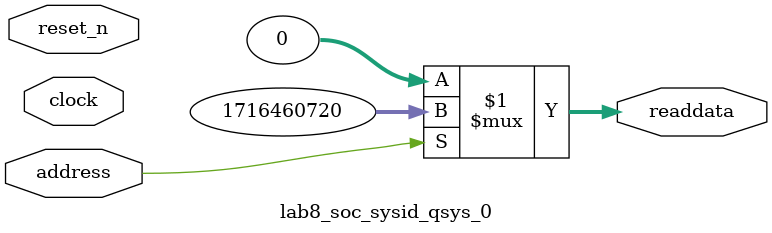
<source format=v>



// synthesis translate_off
`timescale 1ns / 1ps
// synthesis translate_on

// turn off superfluous verilog processor warnings 
// altera message_level Level1 
// altera message_off 10034 10035 10036 10037 10230 10240 10030 

module lab8_soc_sysid_qsys_0 (
               // inputs:
                address,
                clock,
                reset_n,

               // outputs:
                readdata
             )
;

  output  [ 31: 0] readdata;
  input            address;
  input            clock;
  input            reset_n;

  wire    [ 31: 0] readdata;
  //control_slave, which is an e_avalon_slave
  assign readdata = address ? 1716460720 : 0;

endmodule



</source>
